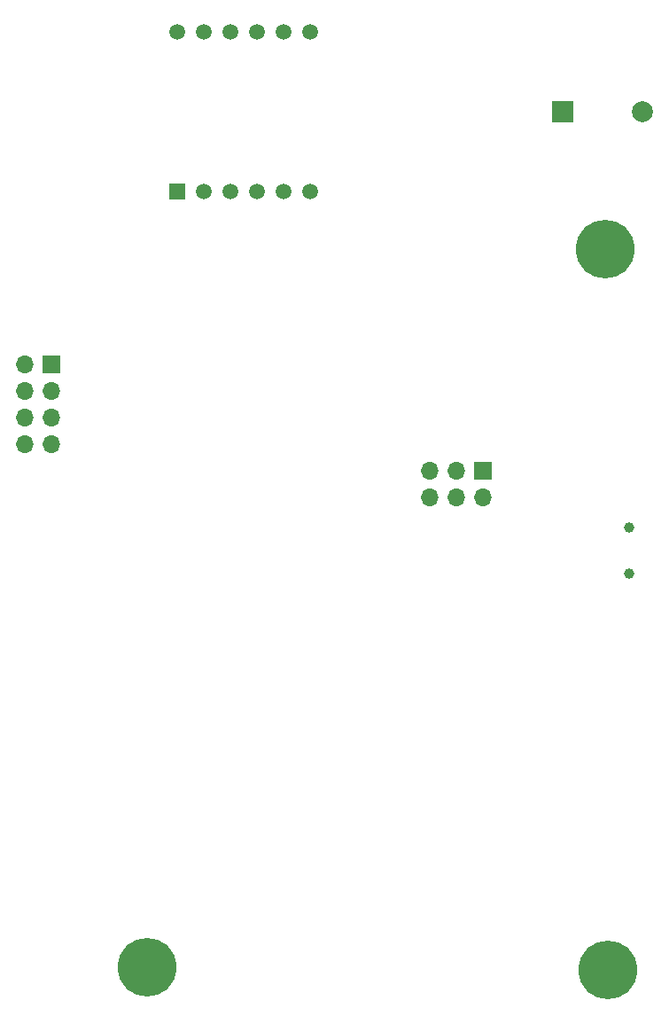
<source format=gbr>
%TF.GenerationSoftware,KiCad,Pcbnew,(7.0.0)*%
%TF.CreationDate,2023-04-20T13:01:05-06:00*%
%TF.ProjectId,Phase_B_ATMEGA_v3,50686173-655f-4425-9f41-544d4547415f,rev?*%
%TF.SameCoordinates,Original*%
%TF.FileFunction,Soldermask,Bot*%
%TF.FilePolarity,Negative*%
%FSLAX46Y46*%
G04 Gerber Fmt 4.6, Leading zero omitted, Abs format (unit mm)*
G04 Created by KiCad (PCBNEW (7.0.0)) date 2023-04-20 13:01:05*
%MOMM*%
%LPD*%
G01*
G04 APERTURE LIST*
%ADD10C,5.600000*%
%ADD11C,1.000000*%
%ADD12R,1.700000X1.700000*%
%ADD13O,1.700000X1.700000*%
%ADD14R,2.000000X2.000000*%
%ADD15C,2.000000*%
%ADD16R,1.500000X1.500000*%
%ADD17C,1.500000*%
G04 APERTURE END LIST*
D10*
%TO.C,REF\u002A\u002A*%
X177018978Y-148038539D03*
%TD*%
%TO.C,REF\u002A\u002A*%
X132984544Y-147747431D03*
%TD*%
%TO.C,REF\u002A\u002A*%
X176800761Y-79162679D03*
%TD*%
D11*
%TO.C,J2*%
X179070000Y-110150000D03*
X179070000Y-105750000D03*
%TD*%
D12*
%TO.C,J3*%
X123859999Y-90169999D03*
D13*
X121319999Y-90169999D03*
X123859999Y-92709999D03*
X121319999Y-92709999D03*
X123859999Y-95249999D03*
X121319999Y-95249999D03*
X123859999Y-97789999D03*
X121319999Y-97789999D03*
%TD*%
D14*
%TO.C,LS1*%
X172729999Y-66039999D03*
D15*
X180330000Y-66040000D03*
%TD*%
D16*
%TO.C,U1*%
X135889999Y-73659999D03*
D17*
X138430000Y-73660000D03*
X140970000Y-73660000D03*
X143510000Y-73660000D03*
X146050000Y-73660000D03*
X148590000Y-73660000D03*
X148590000Y-58420000D03*
X146050000Y-58420000D03*
X143510000Y-58420000D03*
X140970000Y-58420000D03*
X138430000Y-58420000D03*
X135890000Y-58420000D03*
%TD*%
D12*
%TO.C,J1*%
X165099999Y-100329999D03*
D13*
X165099999Y-102869999D03*
X162559999Y-100329999D03*
X162559999Y-102869999D03*
X160019999Y-100329999D03*
X160019999Y-102869999D03*
%TD*%
M02*

</source>
